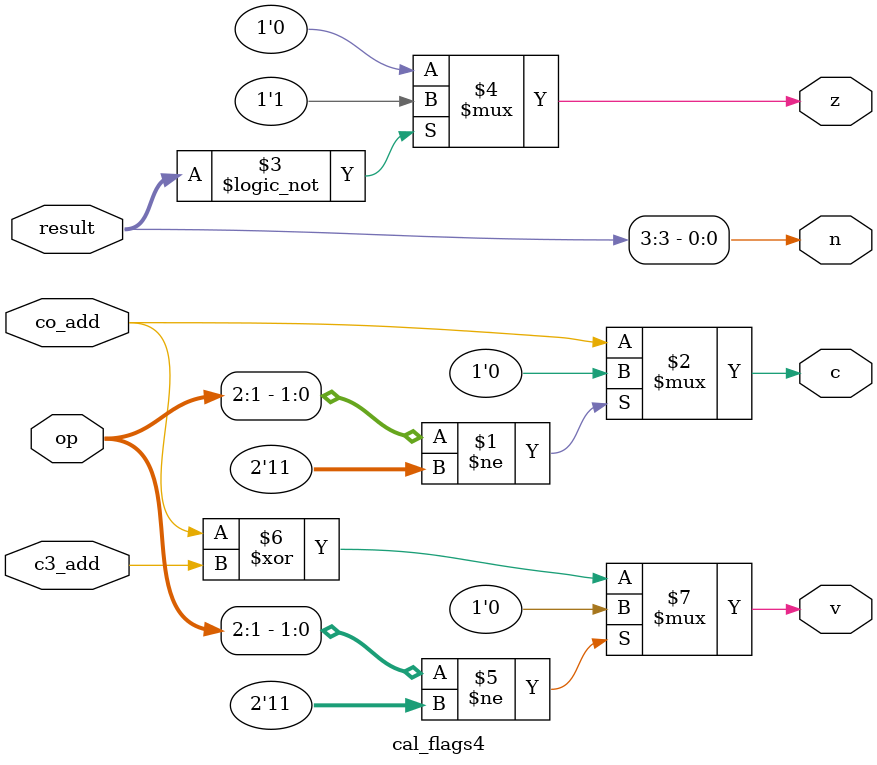
<source format=v>
module cal_flags4(op,result,co_add,c3_add,c,n,z,v);
  input [2:0] op; //opcode
  input [3:0] result;
  input co_add, c3_add;
  
  output c,n,z,v; //flag
  
  //conditional operator assign
  //c(carry): When Carry Occurs
  assign c=(op[2:1] != 2'b11) ? 1'b0 : co_add;
  
  //n(negative): sign bit==1
  assign n=result[3]; //MSB
  
  //z(zero): Operation result==0
  assign z=(result == 4'b0) ? 1'b1 : 1'b0;
  
  //v(overflow): carry[n-1] XOR carry[n-2]
  assign v=(op[2:1] != 2'b11) ? 1'b0 : co_add ^ c3_add;
  
endmodule

</source>
